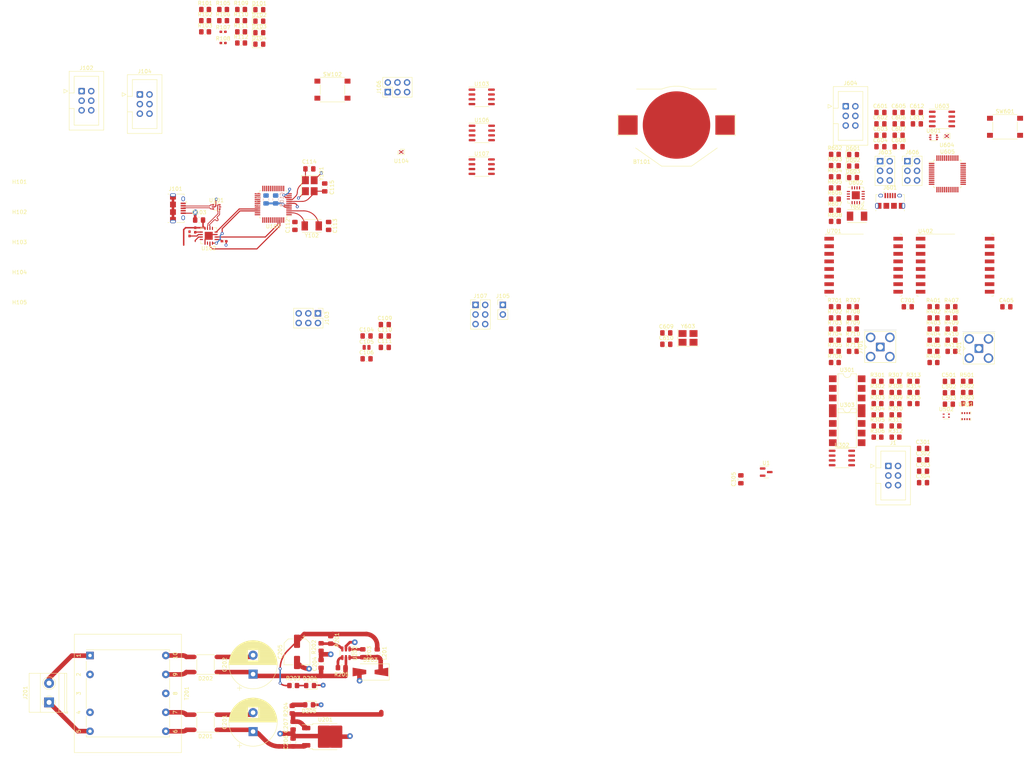
<source format=kicad_pcb>
(kicad_pcb (version 20221018) (generator pcbnew)
  (layers (0 "F.Cu" signal) (31 "B.Cu" signal) (34 "B.Paste" user) (35 "F.Paste" user) (36 "B.SilkS" user "B.Silkscreen") (37 "F.SilkS" user "F.Silkscreen") (38 "B.Mask" user) (39 "F.Mask" user) (44 "Edge.Cuts" user))
  (net 0 "")
  (net 1 "/3V_Bat")
  (net 2 "GNDD")
  (net 3 "+5V")
  (net 4 "+3V3")
  (net 5 "/~{RESET}")
  (net 6 "/LF_OSC_IN")
  (net 7 "/LF_OSC_OUT")
  (net 8 "/HF_OSC_OUT")
  (net 9 "/HF_OSC_IN")
  (net 10 "/PowerSupply/~15V_HI")
  (net 11 "GND1")
  (net 12 "/PowerSupply/~15V_LO")
  (net 13 "Net-(U202-BST)")
  (net 14 "Net-(D203-K)")
  (net 15 "+9V")
  (net 16 "Net-(U301-C)")
  (net 17 "Net-(U302B-+)")
  (net 18 "Net-(U303-C)")
  (net 19 "Net-(U302A-+)")
  (net 20 "/USB_Dongle/~{RESET}")
  (net 21 "/USB_Dongle/LF_OSC_IN")
  (net 22 "/USB_Dongle/LF_OSC_OUT")
  (net 23 "/USB_Dongle/HF_OSC_OUT")
  (net 24 "/USB_Dongle/HF_OSC_IN")
  (net 25 "/~{ERR_LED}")
  (net 26 "Net-(D101-A)")
  (net 27 "/RX_LED")
  (net 28 "Net-(D102-A)")
  (net 29 "/TX_LED")
  (net 30 "Net-(D103-A)")
  (net 31 "Net-(D104-A)")
  (net 32 "Net-(D204-A)")
  (net 33 "Net-(D205-A)")
  (net 34 "/USB_Dongle/~{ERR_LED}")
  (net 35 "Net-(D601-A)")
  (net 36 "/USB_Dongle/RX_LED")
  (net 37 "Net-(D602-A)")
  (net 38 "/USB_Dongle/TX_LED")
  (net 39 "Net-(D603-A)")
  (net 40 "/IsolatedFreqCnt/ConnCheck-")
  (net 41 "/IsolatedFreqCnt/PNP_OUT")
  (net 42 "/IsolatedFreqCnt/NPN_OUT")
  (net 43 "/5V_USB")
  (net 44 "/USB_D-")
  (net 45 "/USB_D+")
  (net 47 "/USART2_TX")
  (net 48 "/USART2_RX")
  (net 49 "/SPI1_CS2")
  (net 50 "/SPI1_CS1")
  (net 51 "/SPI1_MOSI")
  (net 52 "/SPI1_MISO")
  (net 53 "/SPI1_SCK")
  (net 54 "/SW_CLK")
  (net 55 "/SW_DIO")
  (net 56 "/TIM_IN")
  (net 57 "/USART1_TX")
  (net 58 "/USART1_RX")
  (net 59 "/USART1_RTS")
  (net 60 "/USART1_CTS")
  (net 62 "/I2C2_SCL_MEM")
  (net 63 "/I2C2_SDA_MEM")
  (net 64 "/I2C1_SCL")
  (net 65 "/I2C1_SDA")
  (net 66 "Net-(J201-Pin_1)")
  (net 67 "Net-(J201-Pin_2)")
  (net 68 "/USB_Dongle/5V_USB")
  (net 69 "/USB_Dongle/USB_D-")
  (net 70 "/USB_Dongle/USB_D+")
  (net 72 "/USB_Dongle/SPI1_CS2")
  (net 73 "/USB_Dongle/SPI1_CS1")
  (net 74 "/USB_Dongle/SPI1_MOSI")
  (net 75 "/USB_Dongle/SPI1_MISO")
  (net 76 "/USB_Dongle/SPI1_SCK")
  (net 77 "/USB_Dongle/SW_CLK")
  (net 78 "/USB_Dongle/SW_DIO")
  (net 79 "/USB_Dongle/USART1_TX")
  (net 80 "/USB_Dongle/USART1_RX")
  (net 81 "/USB_Dongle/USART1_RTS")
  (net 82 "/USB_Dongle/USART1_CTS")
  (net 84 "Net-(U102-~{RESET})")
  (net 85 "Net-(U104-EN)")
  (net 86 "Net-(U103-~{OC})")
  (net 87 "Net-(U202-FB)")
  (net 88 "/IsolatedFreqCnt/CurrentOut")
  (net 89 "Net-(U302B-_)")
  (net 90 "Net-(U301-A)")
  (net 91 "/CONN_VALID")
  (net 92 "Net-(U303-A)")
  (net 93 "Net-(U302A--)")
  (net 94 "/RF_DIO_4")
  (net 95 "/RF_DIO_3")
  (net 96 "/RF_DIO_2")
  (net 97 "/RF_DIO_1")
  (net 98 "/RF_DIO_0")
  (net 99 "/RF_DIO_5")
  (net 100 "/RadioComm/RF_RESET")
  (net 101 "Net-(U501-CSB)")
  (net 102 "Net-(U602-~{RESET})")
  (net 103 "Net-(U604-EN)")
  (net 104 "Net-(U603-~{OC})")
  (net 105 "/USB_Dongle/RadioComm1/RF_RESET")
  (net 106 "/USB_Dongle/RF_DIO_0")
  (net 107 "/USB_Dongle/RF_DIO_1")
  (net 108 "/USB_Dongle/RF_DIO_2")
  (net 109 "/USB_Dongle/RF_DIO_3")
  (net 110 "/USB_Dongle/RF_DIO_4")
  (net 111 "/USB_Dongle/RF_DIO_5")
  (net 112 "/USB_D_S-")
  (net 113 "/USB_D_S+")
  (net 128 "/PRS_RDY")
  (net 129 "/MODE_SEL")
  (net 139 "/USB_Dongle/USB_D_S-")
  (net 140 "/USB_Dongle/USB_D_S+")
  (net 147 "/USB_Dongle/3V_Bat")
  (net 169 "/PowerSupply/10V5AC_HI1")
  (net 170 "/PowerSupply/10V5AC_HI2")
  (net 171 "/PowerSupply/10V5AC_LO1")
  (net 172 "/PowerSupply/10V5AC_LO2")
  (net 173 "/RadioComm/ANT_OUT")
  (net 174 "/USB_Dongle/RadioComm1/ANT_OUT")
  (net 175 "Net-(U202-EN)")
  (footprint "Capacitor_SMD:C_0805_2012Metric_Pad1.18x1.45mm_HandSolder" (layer "F.Cu") (at 187.765 82.62)
    (fp_text reference "C609")
    (fp_text value "100n")
  )
  (footprint "Package_DFN_QFN:OnSemi_XDFN4-1EP_1.0x1.0mm_EP0.52x0.52mm" (layer "F.Cu") (at 117.833 34.869)
    (fp_text reference "U104")
    (fp_text value "NCP115AMX250TCG")
  )
  (footprint "Resistor_SMD:R_0402_1005Metric_Pad0.72x0.64mm_HandSolder" (layer "F.Cu") (at 63.5 55.4615 -90)
    (fp_text reference "R104" hide)
    (fp_text value "2k" hide)
  )
  (footprint "Package_DIP:SMDIP-8_W7.62mm" (layer "F.Cu") (at 235.485 107.795)
    (fp_text reference "U303")
    (fp_text value "6N137")
  )
  (footprint "Resistor_SMD:R_0805_2012Metric_Pad1.20x1.40mm_HandSolder" (layer "F.Cu") (at 243.485 101.295)
    (fp_text reference "R303")
    (fp_text value "3k3")
  )
  (footprint "Diode_SMD:D_0805_2012Metric_Pad1.15x1.40mm_HandSolder" (layer "F.Cu") (at 237.03 41.62)
    (fp_text reference "D603")
    (fp_text value "TX_LED")
  )
  (footprint "Capacitor_SMD:C_0504_1310Metric_Pad0.83x1.28mm_HandSolder" (layer "F.Cu") (at 108.695 86.445)
    (fp_text reference "C105")
    (fp_text value "100n")
  )
  (footprint "Inductor_SMD:L_0805_2012Metric_Pad1.15x1.40mm_HandSolder" (layer "F.Cu") (at 111.509232 167.190767 90)
    (fp_text reference "L201")
    (fp_text value "2u2" hide)
  )
  (footprint "Resistor_SMD:R_0805_2012Metric_Pad1.20x1.40mm_HandSolder" (layer "F.Cu") (at 252.985 101.295)
    (fp_text reference "R315")
    (fp_text value "20k")
  )
  (footprint "TerminalBlock_Phoenix:TerminalBlock_Phoenix_MKDS-1,5-2-5.08_1x02_P5.08mm_Horizontal" (layer "F.Cu") (at 24.944232 180.160767 90)
    (fp_text reference "J201")
    (fp_text value "Mains (230V, 50Hz)")
  )
  (footprint "Resistor_SMD:R_0805_2012Metric_Pad1.20x1.40mm_HandSolder" (layer "F.Cu") (at 243.485 98.345)
    (fp_text reference "R302")
    (fp_text value "2k")
  )
  (footprint "Resistor_SMD:R_0805_2012Metric_Pad1.20x1.40mm_HandSolder" (layer "F.Cu") (at 232.235 81.595)
    (fp_text reference "R703")
    (fp_text value "20k")
  )
  (footprint "Resistor_SMD:R_0805_2012Metric_Pad1.20x1.40mm_HandSolder" (layer "F.Cu") (at 232.235 90.445)
    (fp_text reference "R706")
    (fp_text value "20k")
  )
  (footprint "MountingHole:MountingHole_3.2mm_M3" (layer "F.Cu") (at 17.145 46.965)
    (fp_text reference "H101")
    (fp_text value "MountingHole")
  )
  (footprint "Resistor_SMD:R_0805_2012Metric_Pad1.20x1.40mm_HandSolder" (layer "F.Cu") (at 236.985 78.645)
    (fp_text reference "R708")
    (fp_text value "20k")
  )
  (footprint "Resistor_SMD:R_0805_2012Metric_Pad1.20x1.40mm_HandSolder" (layer "F.Cu") (at 262.995 87.495)
    (fp_text reference "R411")
    (fp_text value "51k")
  )
  (footprint "Resistor_SMD:R_0805_2012Metric_Pad1.20x1.40mm_HandSolder" (layer "F.Cu") (at 75.605 3.146)
    (fp_text reference "R111")
    (fp_text value "3k3")
  )
  (footprint "Package_TO_SOT_SMD:SOT-666" (layer "F.Cu") (at 69.088 49.3655)
    (fp_text reference "U101")
    (fp_text value "USBLC6-2P6" hide)
  )
  (footprint "Capacitor_SMD:C_0805_2012Metric_Pad1.18x1.45mm_HandSolder" (layer "F.Cu") (at 244.245 30.455)
    (fp_text reference "C603")
    (fp_text value "1u")
  )
  (footprint "LED_SMD:LED_0805_2012Metric_Pad1.15x1.40mm_HandSolder" (layer "F.Cu") (at 93.794232 175.715767 180)
    (fp_text reference "D204")
    (fp_text value "PWR_3V3")
  )
  (footprint "Resistor_SMD:R_0805_2012Metric_Pad1.20x1.40mm_HandSolder" (layer "F.Cu") (at 252.985 95.395)
    (fp_text reference "R313")
    (fp_text value "51k")
  )
  (footprint "Resistor_SMD:R_0805_2012Metric_Pad1.20x1.40mm_HandSolder" (layer "F.Cu") (at 262.995 84.545)
    (fp_text reference "R410")
    (fp_text value "20k")
  )
  (footprint "Resistor_SMD:R_0805_2012Metric_Pad1.20x1.40mm_HandSolder" (layer "F.Cu") (at 89.349232 175.715767)
    (fp_text reference "R203")
    (fp_text value "270" hide)
  )
  (footprint "Resistor_SMD:R_0805_2012Metric_Pad1.20x1.40mm_HandSolder" (layer "F.Cu") (at 232.235 50.245)
    (fp_text reference "R607")
    (fp_text value "2k")
  )
  (footprint "Resistor_SMD:R_0805_2012Metric_Pad1.20x1.40mm_HandSolder" (layer "F.Cu") (at 258.245 81.595)
    (fp_text reference "R403")
    (fp_text value "20k")
  )
  (footprint "Capacitor_SMD:C_0805_2012Metric_Pad1.18x1.45mm_HandSolder" (layer "F.Cu") (at 255.495 119.145)
    (fp_text reference "C303")
    (fp_text value "100n")
  )
  (footprint "Connector_PinHeader_2.54mm:PinHeader_1x02_P2.54mm_Vertical" (layer "F.Cu") (at 144.645 75.225)
    (fp_text reference "J105")
    (fp_text value "Test pins Probe")
  )
  (footprint "Resistor_SMD:R_0805_2012Metric_Pad1.20x1.40mm_HandSolder" (layer "F.Cu") (at 75.605 -2.754)
    (fp_text reference "R109")
    (fp_text value "3k3")
  )
  (footprint "Capacitor_SMD:C_0805_2012Metric_Pad1.18x1.45mm_HandSolder" (layer "F.Cu") (at 244.245 24.435)
    (fp_text reference "C601")
    (fp_text value "100n")
  )
  (footprint "LED_SMD:LED_0805_2012Metric_Pad1.15x1.40mm_HandSolder" (layer "F.Cu") (at 93.524232 180.795767 180)
    (fp_text reference "D205")
    (fp_text value "PWR_9V")
  )
  (footprint "Resistor_SMD:R_0805_2012Metric_Pad1.20x1.40mm_HandSolder" (layer "F.Cu") (at 232.235 75.695)
    (fp_text reference "R701")
    (fp_text value "20k")
  )
  (footprint "Connector_PinHeader_2.54mm:PinHeader_2x03_P2.54mm_Vertical" (layer "F.Cu") (at 137.445 75.225)
    (fp_text reference "J107")
    (fp_text value "Test pins I2C")
  )
  (footprint "Resistor_SMD:R_0805_2012Metric_Pad1.20x1.40mm_HandSolder" (layer "F.Cu") (at 232.235 41.395)
    (fp_text reference "R604")
    (fp_text value "2k")
  )
  (footprint "Package_DFN_QFN:OnSemi_XDFN4-1EP_1.0x1.0mm_EP0.52x0.52mm" (layer "F.Cu") (at 261.74 30.66)
    (fp_text reference "U604")
    (fp_text value "NCP115AMX250TCG")
  )
  (footprint "MountingHole:MountingHole_3.2mm_M3" (layer "F.Cu") (at 17.145 78.765)
    (fp_text reference "H105")
    (fp_text value "MountingHole")
  )
  (footprint "Diode_SMD:D_0805_2012Metric_Pad1.15x1.40mm_HandSolder" (layer "F.Cu") (at 237.03 38.58)
    (fp_text reference "D602")
    (fp_text value "RX_LED")
  )
  (footprint "Package_LGA:Bosch_LGA-8_2x2.5mm_P0.65mm_ClockwisePinNumbering" (layer "F.Cu") (at 266.785 104.595)
    (fp_text reference "U501")
    (fp_text value "DPS310")
  )
  (footprint "Capacitor_THT:CP_Radial_D12.5mm_P5.00mm" (layer "F.Cu") (at 78.759232 172.700767 90)
    (fp_text reference "C202")
    (fp_text value "1500u")
  )
  (footprint "Button_Switch_SMD:SW_Push_1P1T_NO_6x6mm_H9.5mm" (layer "F.Cu") (at 277.12 28.215)
    (fp_text reference "SW601")
    (fp_text value "RESET")
  )
  (footprint "Package_SO:SO-8_3.9x4.9mm_P1.27mm" (layer "F.Cu") (at 234.085 115.645)
    (fp_text reference "U302")
    (fp_text value "LM393")
  )
  (footprint "Resistor_SMD:R_0805_2012Metric_Pad1.20x1.40mm_HandSolder" (layer "F.Cu") (at 232.235 84.545)
    (fp_text reference "R704")
    (fp_text value "20k")
  )
  (footprint "Capacitor_SMD:C_0805_2012Metric_Pad1.18x1.45mm_HandSolder" (layer "F.Cu") (at 253.865 24.435)
    (fp_text reference "C612")
    (fp_text value "100n")
  )
  (footprint "Package_TO_SOT_SMD:TO-252-2" (layer "F.Cu") (at 97.809232 189.210767)
    (fp_text reference "U201")
    (fp_text value "L78M09CDT")
  )
  (footprint "Resistor_SMD:R_0805_2012Metric_Pad1.20x1.40mm_HandSolder" (layer "F.Cu") (at 243.485 95.395)
    (fp_text reference "R301")
    (fp_text value "330")
  )
  (footprint "Resistor_SMD:R_0805_2012Metric_Pad1.20x1.40mm_HandSolder" (layer "F.Cu") (at 262.995 75.695)
    (fp_text reference "R407")
    (fp_text value "20k")
  )
  (footprint "Capacitor_SMD:C_0805_2012Metric_Pad1.18x1.45mm_HandSolder" (layer "F.Cu") (at 64.516 52.832 180)
    (fp_text reference "C103")
    (fp_text value "1u" hide)
  )
  (footprint "Package_SO:SO-8_3.9x4.9mm_P1.27mm" (layer "F.Cu") (at 139.065 20.32)
    (fp_text reference "U103")
    (fp_text value "AOZ1312")
  )
  (footprint "Capacitor_SMD:C_0805_2012Metric_Pad1.18x1.45mm_HandSolder" (layer "F.Cu") (at 255.495 113.125)
    (fp_text reference "C301")
    (fp_text value "100n")
  )
  (footprint "MountingHole:MountingHole_3.2mm_M3" (layer "F.Cu") (at 17.145 70.815)
    (fp_text reference "H104")
    (fp_text value "MountingHole")
  )
  (footprint "Crystal:Crystal_SMD_TXC_7M-4Pin_3.2x2.5mm_HandSoldering" (layer "F.Cu") (at 193.495 83.94)
    (fp_text reference "Y603")
    (fp_text value "3225-16M-SR 16MHz 9pF")
  )
  (footprint "Resistor_SMD:R_0805_2012Metric_Pad1.20x1.40mm_HandSolder" (layer "F.Cu") (at 248.235 110.145)
    (fp_text reference "R312")
    (fp_text value "100k")
  )
  (footprint "Package_SO:SO-8_3.9x4.9mm_P1.27mm" (layer "F.Cu") (at 139.1 29.845)
    (fp_text reference "U106")
    (fp_text value "M24C08-W")
  )
  (footprint "Resistor_SMD:R_0805_2012Metric_Pad1.20x1.40mm_HandSolder" (layer "F.Cu") (at 267.085 98.345)
    (fp_text reference "R502")
    (fp_text value "2k")
  )
  (footprint "Resistor_SMD:R_0805_2012Metric_Pad1.20x1.40mm_HandSolder" (layer "F.Cu") (at 243.485 104.245)
    (fp_text reference "R304")
    (fp_text value "51k")
  )
  (footprint "Capacitor_SMD:C_0805_2012Metric_Pad1.18x1.45mm_HandSolder" (layer "F.Cu") (at 262.305 101.445)
    (fp_text reference "C503")
    (fp_text value "100n")
  )
  (footprint "Capacitor_SMD:C_0805_2012Metric_Pad1.18x1.45mm_HandSolder" (layer "F.Cu") (at 253.865 27.445)
    (fp_text reference "C613")
    (fp_text value "100n")
  )
  (footprint "Resistor_SMD:R_0805_2012Metric_Pad1.20x1.40mm_HandSolder" (layer "F.Cu") (at 66.105 -2.754)
    (fp_text reference "R101")
    (fp_text value "270")
  )
  (footprint "Capacitor_SMD:C_0805_2012Metric_Pad1.18x1.45mm_HandSolder" (layer "F.Cu") (at 207.435 121.27 90)
    (fp_text reference "C305")
    (fp_text value "100n" hide)
  )
  (footprint "Resistor_SMD:R_0805_2012Metric_Pad1.20x1.40mm_HandSolder" (layer "F.Cu") (at 232.235 35.495)
    (fp_text reference "R602")
    (fp_text value "2k")
  )
  (footprint "Capacitor_SMD:C_0402_1005Metric_Pad0.74x0.62mm_HandSolder" (layer "F.Cu") (at 61.993 56.4775 90)
    (fp_text reference "C101" hide)
    (fp_text value "100n" hide)
  )
  (footprint "Capacitor_SMD:C_0805_2012Metric_Pad1.18x1.45mm_HandSolder" (layer "F.Cu") (at 249.055 27.445)
    (fp_text reference "C606")
    (fp_text value "1u")
  )
  (footprint "Capacitor_SMD:C_0805_2012Metric_Pad1.18x1.45mm_HandSolder" (layer "F.Cu") (at 255.495 122.155)
    (fp_text reference "C304")
    (fp_text value "10n")
  )
  (footprint "Resistor_SMD:R_0805_2012Metric_Pad1.20x1.40mm_HandSolder" (layer "F.Cu") (at 232.235 44.345)
    (fp_text reference "R605")
    (fp_text value "270")
  )
  (footprint "Capacitor_SMD:C_0805_2012Metric_Pad1.18x1.45mm_HandSolder" (layer "F.Cu") (at 108.695 89.455)
    (fp_text reference "C106")
    (fp_text value "1u")
  )
  (footprint "Resistor_SMD:R_0805_2012Metric_Pad1.20x1.40mm_HandSolder" (layer "F.Cu") (at 236.985 81.595)
    (fp_text reference "R709")
    (fp_text value "20k")
  )
  (footprint "Connector_PinHeader_2.54mm:PinHeader_2x03_P2.54mm_Vertical" (layer "F.Cu") (at 251.365 37.295)
    (fp_text reference "J606")
    (fp_text value "Test pins COMM2")
  )
  (footprint "Capacitor_THT:CP_Radial_D12.5mm_P5.00mm" (layer "F.Cu") (at 78.759232 187.860767 90)
    (fp_text reference "C201")
    (fp_text value "1500u")
  )
  (footprint "Package_QFP:LQFP-48_7x7mm_P0.5mm" (layer "F.Cu") (at 84.078 48.6695 180)
    (fp_text reference "U105")
    (fp_text value "STM32G030C8T6" hide)
  )
  (footprint "Capacitor_SMD:C_0805_2012Metric_Pad1.18x1.45mm_HandSolder" (layer "F.Cu") (at 98.683 54.3845 -90)
    (fp_text reference "C113")
    (fp_text value "100n" hide)
  )
  (footprint "Resistor_SMD:R_0805_2012Metric_Pad1.20x1.40mm_HandSolder" (layer "F.Cu") (at 232.235 78.645)
    (fp_text reference "R702")
    (fp_text value "20k")
  )
  (footprint "Capacitor_SMD:C_0805_2012Metric_Pad1.18x1.45mm_HandSolder" (layer "F.Cu") (at 97.653 44.2245 90)
    (fp_text reference "C115")
    (fp_text value "100n" hide)
  )
  (footprint "Diode_SMD:D_0805_2012Metric_Pad1.15x1.40mm_HandSolder" (layer "F.Cu") (at 237.03 35.54)
    (fp_text reference "D601")
    (fp_text value "ERR_LED (RED)")
  )
  (footprint "Resistor_SMD:R_0805_2012Metric_Pad1.20x1.40mm_HandSolder" (layer "F.Cu") (at 70.855 -2.754)
    (fp_text reference "R105")
    (fp_text value "270")
  )
  (footprint "Battery:BatteryHolder_Keystone_3002_1x2032" (layer "F.Cu") (at 190.455 27.752512)
    (fp_text reference "BT101")
    (fp_text value "RTC_Bat")
  )
  (footprint "Connector_USB:USB_Micro-B_Amphenol_10118194_Horizontal" (layer "F.Cu") (at 58.928 49.728 -90)
    (fp_text reference "J101")
    (fp_text value "USB_B_Micro")
  )
  (footprint "Capacitor_SMD:C_0805_2012Metric_Pad1.18x1.45mm_HandSolder" (layer "F.Cu") (at 249.055 33.465)
    (fp_text reference "C608")
    (fp_text value "100n")
  )
  (footprint "Resistor_SMD:R_0805_2012Metric_Pad1.20x1.40mm_HandSolder" (layer "F.Cu") (at 248.235 104.245)
    (fp_text reference "R310")
    (fp_text value "3k3")
  )
  (footprint "Capacitor_SMD:C_0805_2012Metric_Pad1.18x1.45mm_HandSolder" (layer "F.Cu") (at 113.505 86.445)
    (fp_text reference "C111")
    (fp_text value "100n")
  )
  (footprint "Resistor_SMD:R_0805_2012Metric_Pad1.20x1.40mm_HandSolder" (layer "F.Cu") (at 243.485 107.195)
    (fp_text reference "R305")
    (fp_text value "20k")
  )
  (footprint "Diode_SMD:D_0805_2012Metric_Pad1.15x1.40mm_HandSolder" (layer "F.Cu") (at 80.4 0.331)
    (fp_text reference "D102")
    (fp_text value "RX_LED")
  )
  (footprint "Connector_IDC:IDC-Header_2x03_P2.54mm_Vertical" (layer "F.Cu") (at 246.35 117.745)
    (fp_text reference "J1")
    (fp_text value "ProbeConn")
  )
  (footprint "Connector_IDC:IDC-Header_2x03_P2.54mm_Vertical" (layer "F.Cu") (at 48.895 19.685)
    (fp_text reference "J104")
    (fp_text value "DebugConn")
  )
  (footprint "Resistor_SMD:R_0805_2012Metric_Pad1.20x1.40mm_HandSolder" (layer "F.Cu") (at 96.699232 165.555767 -90)
    (fp_text reference "R202")
    (fp_text value "16k2" hide)
  )
  (footprint "Capacitor_SMD:C_0805_2012Metric_Pad1.18x1.45mm_HandSolder" (layer "F.Cu") (at 244.245 33.465)
    (fp_text reference "C604")
    (fp_text value "10u")
  )
  (footprint "Capacitor_SMD:C_0805_2012Metric_Pad1.18x1.45mm_HandSolder" (layer "F.Cu") (at 96.699232 170.000767 90)
    (fp_text reference "C204")
    (fp_text value "10u" hide)
  )
  (footprint "Capacitor_SMD:C_0402_1005Metric_Pad0.74x0.62mm_HandSolder" (layer "F.Cu") (at 71.12 58.42)
    (fp_text reference "C102" hide)
    (fp_text value "100n" hide)
  )
  (footprint "Package_TO_SOT_SMD:SOT-23-6" (layer "F.Cu") (at 103.254232 167.190767 -90)
    (fp_text reference "U202")
    (fp_text value "AOZ1280CI" hide)
  )
  (footprint "Connector_USB:USB_Micro-B_Amphenol_10118194_Horizontal" (layer "F.Cu") (at 246.815 47.775)
    (fp_text reference "J601")
    (fp_text value "USB_B_Micro")
  )
  (footprint "MountingHole:MountingHole_3.2mm_M3" (layer "F.Cu") (at 17.145 54.915)
    (fp_text reference "H102")
    (fp_text value "MountingHole")
  )
  (footprint "Capacitor_SMD:C_0805_2012Metric_Pad1.18x1.45mm_HandSolder" (layer "F.Cu") (at 262.305 98.435)
    (fp_text reference "C502")
    (fp_text value "100n")
  )
  (footprint "Diode_SMD:Diode_Bridge_Diotec_ABS" (layer "F.Cu") (at 66.219232 170.160767 180)
    (fp_text reference "D202")
    (fp_text value "AB4S")
  )
  (footprint "Capacitor_SMD:C_0805_2012Metric_Pad1.18x1.45mm_HandSolder" (layer "F.Cu") (at 277.475 75.725)
    (fp_text reference "C405")
    (fp_text value "100n")
  )
  (footprint "Resistor_SMD:R_0805_2012Metric_Pad1.20x1.40mm_HandSolder" (layer "F.Cu") (at 75.605 6.096)
    (fp_text reference "R112")
    (fp_text value "3k3")
  )
  (footprint "Resistor_SMD:R_0805_2012Metric_Pad1.20x1.40mm_HandSolder" (layer "F.Cu") (at 66.105 0.196)
    (fp_text reference "R102")
    (fp_text value "2k")
  )
  (footprint "Resistor_SMD:R_0805_2012Metric_Pad1.20x1.40mm_HandSolder" (layer "F.Cu") (at 66.105 3.146)
    (fp_text reference "R103")
    (fp_text value "270")
  )
  (footprint "Capacitor_SMD:C_0805_2012Metric_Pad1.18x1.45mm_HandSolder" (layer "F.Cu") (at 89.314232 186.290767 -90)
    (fp_text reference "C207")
    (fp_text value "100n" hide)
  )
  (footprint "Package_DFN_QFN:QFN-16-1EP_4x4mm_P0.65mm_EP2.1x2.1mm" (layer "F.Cu") (at 237.755 46.285)
    (fp_text reference "U602")
    (fp_text value "FT230XQ")
  )
  (footprint "Resistor_SMD:R_0805_2012Metric_Pad1.20x1.40mm_HandSolder" (layer "F.Cu") (at 236.985 84.545)
    (fp_text reference "R710")
    (fp_text value "20k")
  )
  (footprint "Resistor_SMD:R_0805_2012Metric_Pad1.20x1.40mm_HandSolder" (layer "F.Cu") (at 236.985 75.695)
    (fp_text reference "R707")
    (fp_text value "20k")
  )
  (footprint "Capacitor_SMD:CP_Elec_6.3x5.4" (layer "F.Cu") (at 90.349232 166.825767 -90)
    (fp_text reference "C205")
    (fp_text value "100u" hide)
  )
  (footprint "Resistor_SMD:R_0805_2012Metric_Pad1.20x1.40mm_HandSolder" (layer "F.Cu") (at 232.235 53.195)
    (fp_text reference "R608")
    (fp_text value "10k")
  )
  (footprint "Button_Switch_SMD:SW_Push_1P1T_NO_6x6mm_H9.5mm" (layer "F.Cu") (at 99.695 18.415)
    (fp_text reference "SW102")
    (fp_text value "RESET")
  )
  (footprint "Capacitor_SMD:C_0805_2012Metric_Pad1.18x1.45mm_HandSolder" (layer "F.Cu") (at 107.699232 167.190767 -90)
    (fp_text reference "C203")
    (fp_text value "10n" hide)
  )
  (footprint "Resistor_SMD:R_0805_2012Metric_Pad1.20x1.40mm_HandSolder" (layer "F.Cu") (at 236.985 87.495)
    (fp_text reference "R711")
    (fp_text value "20k")
  )
  (footprint "Resistor_SMD:R_0805_2012Metric_Pad1.20x1.40mm_HandSolder" (layer "F.Cu") (at 248.235 95.395)
    (fp_text reference "R307")
    (fp_text value "100k")
  )
  (footprint "Connector_IDC:IDC-Header_2x03_P2.54mm_Vertical" (layer "F.Cu") (at 33.528 18.796)
    (fp_text reference "J102")
    (fp_text value "Expansion conn")
  )
  (footprint "Resistor_SMD:R_0805_2012Metric_Pad1.20x1.40mm_HandSolder" (layer "F.Cu") (at 258.245 75.695)
    (fp_text reference "R401")
    (fp_text value "20k")
  )
  (footprint "Resistor_SMD:R_0805_2012Metric_Pad1.20x1.40mm_HandSolder" (layer "F.Cu") (at 75.605 0.196)
    (fp_text reference "R110")
    (fp_text value "3k3")
  )
  (footprint "Resistor_SMD:R_0805_2012Metric_Pad1.20x1.40mm_HandSolder" (layer "F.Cu") (at 99.239232 163.650767 -90)
    (fp_text reference "R201")
    (fp_text value "51k1" hide)
  )
  (footprint "Resistor_SMD:R_0805_2012Metric_Pad1.20x1.40mm_HandSolder" (layer "F.Cu") (at 243.485 110.145)
    (fp_text reference "R306")
    (fp_text value "20k")
  )
  (footprint "Resistor_SMD:R_0805_2012Metric_Pad1.20x1.40mm_HandSolder" (layer "F.Cu") (at 232.235 38.445)
    (fp_text reference "R603")
    (fp_text value "270")
  )
  (footprint "MountingHole:MountingHole_3.2mm_M3" (layer "F.Cu") (at 17.145 62.865)
    (fp_text reference "H103")
    (fp_text value "MountingHole")
  )
  (footprint "Package_TO_SOT_SMD:SOT-23" (layer "F.Cu") (at 214.1175 119.365)
    (fp_text reference "U1")
    (fp_text value "ZXCT1009F")
  )
  (footprint "Diode_SMD:D_0805_2012Metric_Pad1.15x1.40mm_HandSolder" (layer "F.Cu") (at 80.4 6.411)
    (fp_text reference "D104")
    (fp_text value "CPU_PWR")
  )
  (footprint "Capacitor_SMD:C_0805_2012Metric_Pad1.18x1.45mm_HandSolder" (layer "F.Cu") (at 113.505 80.425)
    (fp_text reference "C109")
    (fp_text value "100n")
  )
  (footprint "Resistor_SMD:R_0805_2012Metric_Pad1.20x1.40mm_HandSolder" (layer "F.Cu") (at 262.995 81.595)
    (fp_text reference "R409")
    (fp_text value "20k")
  )
  (footprint "Resistor_SMD:R_0805_2012Metric_Pad1.20x1.40mm_HandSolder" (layer "F.Cu") (at 267.085 95.395)
    (fp_text reference "R501")
    (fp_text value "2k")
  )
  (footprint "Package_TO_SOT_SMD:SOT-666" (layer "F.Cu") (at 258.295 31.005)
    (fp_text reference "U601")
    (fp_text value "USBLC6-2P6")
  )
  (footprint "Package_SO:SO-8_3.9x4.9mm_P1.27mm" (layer "F.Cu") (at 260.495 26.155)
    (fp_text reference "U603")
    (fp_text value "AOZ1312")
  )
  (footprint "Capacitor_SMD:C_0805_2012Metric_Pad1.18x1.45mm_HandSolder" (layer "F.Cu") (at 113.505 83.435)
    (fp_text reference "C110")
    (fp_text value "100n")
  )
  (footprint "Resistor_SMD:R_0402_1005Metric_Pad0.72x0.64mm_HandSolder" (layer "F.Cu") (at 70.855 6.096)
    (fp_text reference "R108")
    (fp_text value "10k")
  )
  (footprint "RF_Module:HOPERF_RFM69HW" (layer "F.Cu") (at 239.82 64.755)
    (fp_text reference "U701")
    (fp_text value "RFM69HW")
  )
  (footprint "Package_DFN_QFN:QFN-16-1EP_4x4mm_P0.65mm_EP2.1x2.1mm" (layer "F.Cu") (at 67.056 56.9855 180)
    (fp_text reference "U102")
    (fp_text value "FT230XQ" hide)
  )
  (footprint "Capacitor_SMD:C_0805_2012Metric_Pad1.18x1.45mm_HandSolder" (layer "F.Cu") (at 93.603 39.3245)
    (fp_text reference "C114")
    (fp_text value "100n" hide)
  )
  (footprint "Capacitor_SMD:C_0805_2012Metric_Pad1.18x1.45mm_HandSolder" (layer "F.Cu") (at 244.245 27.445)
    (fp_text reference "C602")
    (fp_text value "100n")
  )
  (footprint "Resistor_SMD:R_0805_2012Metric_Pad1.20x1.40mm_HandSolder" (layer "F.Cu") (at 89.079232 182.065767 90)
    (fp_text reference "R204")
    (fp_text value "1k" hide)
  )
  (footprint "Resistor_SMD:R_0805_2012Metric_Pad1.20x1.40mm_HandSolder" (layer "F.Cu") (at 258.245 90.445)
    (fp_text reference "R406")
    (fp_text value "20k")
  )
  (footprint "Capacitor_SMD:C_0805_2012Metric_Pad1.18x1.45mm_HandSolder" (layer "F.Cu") (at 251.465 75.725)
    (fp_text reference "C701")
    (fp_text value "100n")
  )
  (footprint "Crystal:Crystal_SMD_TXC_7M-4Pin_3.2x2.5mm_HandSoldering" (layer "F.Cu") (at 93.723 43.7695 -90)
    (fp_text reference "Y101")
    (fp_text value "3225-16M-SR 16MHz 9pF" hide)
  )
  (footprint "Resistor_SMD:R_0805_2012Metric_Pad1.20x1.40mm_HandSolder" (layer "F.Cu") (at 248.235 107.195)
    (fp_text reference "R311")
    (fp_text value "20k")
  )
  (footprint "Resistor_SMD:R_0805_2012Metric_Pad1.20x1.40mm_HandSolder" (layer "F.Cu") (at 258.245 78.645)
    (fp_text reference "R402")
    (fp_text value "20k")
  )
  (footprint "Capacitor_SMD:C_0805_2012Metric_Pad1.18x1.45mm_HandSolder" (layer "F.Cu") (at 249.055 30.455)
    (fp_text reference "C607")
    (fp_text value "10u")
  )
  (footprint "Connector_PinHeader_2.54mm:PinHeader_2x03_P2.54mm_Vertical" (layer "F.Cu") (at 244.165 37.295)
    (fp_text reference "J603")
    (fp_text value "Test pins COMM1")
  )
  (footprint "Connector_IDC:IDC-Header_2x03_P2.54mm_Vertical" (layer "F.Cu") (at 235.1 22.805)
    (fp_text reference "J604")
    (fp_text value "DebugConn")
  )
  (footprint "Package_DIP:SMDIP-8_W7.62mm" (layer "F.Cu") (at 235.485 98.545)
    (fp_text reference "U301")
    (fp_text value "6N137")
  )
  (footprint "Diode_SMD:D_0805_2012Metric_Pad1.15x1.40mm_HandSolder" (layer "F.Cu") (at 80.4 -2.709)
    (fp_text reference "D101")
    (fp_text value "ERR_LED (RED)")
  )
  (footprint "Capacitor_SMD:C_0805_2012Metric_Pad1.18x1.45mm_HandSolder" (layer "F.Cu") (at 262.305 95.425)
    (fp_text reference "C501")
    (fp_text value "100n")
  )
  (footprint "Capacitor_SMD:C_0805_2012Metric_Pad1.18x1.45mm_HandSolder" (layer "F.Cu") (at 255.495 116.135)
    (fp_text reference "C302")
    (fp_text value "10n")
  )
  (footprint "Crystal:Crystal_SMD_TXC_7A-2Pin_5x3.2mm" (layer "F.Cu") (at 94.238 54.3845 180)
    (fp_text reference "Y102")
    (fp_text value "32.768K-CFPX217" hide)
  )
  (footprint "Diode_SMD:Diode_Bridge_Diotec_ABS" (layer "F.Cu") (at 66.219232 185.400767 180)
    (fp_text reference "D201")
    (fp_text value "AB4S")
  )
  (footprint "Resistor_SMD:R_0402_1005Metric_Pad0.72x0.64mm_HandSolder" (layer "F.Cu") (at 70.855 3.146)
    (fp_text reference "R107")
    (fp_text value "2k")
  )
  (footprint "Resistor_SMD:R_0805_2012Metric_Pad1.20x1.40mm_HandSolder" (layer "F.Cu") (at 267.085 101.295)
    (fp_text reference "R503")
    (fp_text value "2k")
  )
  (footprint "Capacitor_SMD:C_0805_2012Metric_Pad1.18x1.45mm_HandSolder" (layer "F.Cu") (at 249.055 24.435)
    (fp_text reference "C605")
    (fp_text value "100n")
  )
  (footprint "Capacitor_SMD:C_0805_2012Metric_Pad1.18x1.45mm_HandSolder" (layer "F.Cu") (at 89.314232 190.735767 90)
    (fp_text reference "C206")
    (fp_text value "330n" hide)
  )
  (footprint "Package_SO:SO-8_3.9x4.9mm_P1.27mm" (layer "F.Cu") (at 139.065 38.735)
    (fp_text reference "U107")
    (fp_text value "M24C08-W")
  )
  (footprint "Resistor_SMD:R_0805_2012Metric_Pad1.20x1.40mm_HandSolder" (layer "F.Cu") (at 232.235 87.495)
    (fp_text reference "R705")
    (fp_text value "51k")
  )
  (footprint "Resistor_SMD:R_0805_2012Metric_Pad1.20x1.40mm_HandSolder" (layer "F.Cu") (at 252.985 98.345)
    (fp_text reference "R314")
    (fp_text value "20k")
  )
  (footprint "Connector_PinHeader_2.54mm:PinHeader_2x03_P2.54mm_Vertical" (layer "F.Cu") (at 95.87 77.465 -90)
    (fp_text reference "J103")
    (fp_text value "Test pins COMM1")
  )
  (footprint "Connector_Coaxial:SMA_Amphenol_901-143_Horizontal" (layer "F.Cu") (at 244.21 86.345)
    (fp_text reference "J701")
    (fp_text value "SMA6252A23G50")
    (fp_line (start 4.3 -4.5) (end -4.3 -4.5) (stroke (width 0.1)) (layer "Edge.Cuts"))
  )
  (footprint "Capacitor_SMD:C_0805_2012Metric_Pad1.18x1.45mm_HandSolder" (layer "F.Cu") (at 89.793 54.3845 -90)
    (fp_text reference "C112")
    (fp_text value "100n" hide)
  )
  (footprint "Resistor_SMD:R_0805_2012Metric_Pad1.20x1.40mm_HandSolder" (layer "F.Cu") (at 258.245 87.495)
    (fp_text reference "R405")
    (fp_text value "20k")
  )
  (footprint "Connector_PinHeader_2.54mm:PinHeader_2x03_P2.54mm_Vertical" (layer "F.Cu") (at 114.3 19.05 90)
    (fp_text reference "J106")
    (fp_text value "Test pins COMM2")
  )
  (footprint "Sensor_Humidity:Sensirion_DFN-4_1.5x1.5mm_P0.8mm_SHT4x_NoCentralPad" (layer "F.Cu") (at 261.625 104.475)
    (fp_text reference "U502")
    (fp_text value "SHT4x")
  )
  (footprint "Resistor_SMD:R_0805_2012Metric_Pad1.20x1.40mm_HandSolder" (layer "F.Cu") (at 262.995 78.645)
    (fp_text reference "R408")
    (fp_text value "20k")
  )
  (footprint "RF_Module:HOPERF_RFM69HW" (layer "F.Cu") (at 263.95 64.755)
    (fp_text reference "U402")
    (fp_text value "RFM69HW")
  )
  (footprint "Diode_SMD:D_SMA-SMB_Universal_Handsoldering" (layer "F.Cu") (at 109.711732 172.138267 180)
    (fp_text reference "D203")
    (fp_text value "STS130A" hide)
  )
  (footprint "Resistor_SMD:R_0805_2012Metric_Pad1.20x1.40mm_HandSolder" (layer "F.Cu") (at 102.144232 171.000767 180)
    (fp_text reference "R205")
    (fp_text value "10k" hide)
  )
  (footprint "Resistor_SMD:R_0805_2012Metric_Pad1.20x1.40mm_HandSolder" (layer "F.Cu") (at 258.245 84.545)
    (fp_text reference "R404")
    (fp_text value "20k")
  )
  (footprint "Package_QFP:LQFP-48_7x7mm_P0.5mm" (layer "F.Cu") (at 261.915 40.645)
    (fp_text reference "U605")
    (fp_text value "STM32G030C8T6")
  )
  (footprint "Crystal:Crystal_SMD_TXC_7A-2Pin_5x3.2mm" (layer "F.Cu") (at 238.085 51.805)
    (fp_text reference "Y602")
    (fp_text value "32.768K-CFPX217")
  )
  (footprint "Diode_SMD:D_0805_2012Metric_Pad1.15x1.40mm_HandSolder" (layer "F.Cu") (at 80.4 3.371)
    (fp_text reference "D103")
    (fp_text value "TX_LED")
  )
  (footprint "Resistor_SMD:R_0805_2012Metric_Pad1.20x1.40mm_HandSolder" (layer "F.Cu") (at 232.235 47.295)
    (fp_text reference "R606")
    (fp_text value "270")
  )
  (footprint "Resistor_SMD:R_0805_2012Metric_Pad1.20x1.40mm_HandSolder" (layer "F.Cu") (at 248.235 101.295)
    (fp_text reference "R309")
    (fp_text value "20k")
  )
  (footprint "Capacitor_SMD:C_0805_2012Metric_Pad1.18x1.45mm_HandSolder" (layer "F.Cu") (at 108.695 83.435)
    (fp_text reference "C104")
    (fp_text value "10u")
  )
  (footprint "Resistor_SMD:R_0805_2012Metric_Pad1.20x1.40mm_HandSolder" (layer "F.Cu") (at 248.235 98.345)
    (fp_text reference "R308")
    (fp_text value "20k")
  )
  (footprint "Resistor_SMD:R_0805_2012Metric_Pad1.20x1.40mm_HandSolder" (layer "F.Cu") (at 70.855 0.196)
    (fp_text reference "R106")
    (fp_text value "270")
  )
  (footprint "Transformer_THT:Transformer_Breve_TEZ-28x33" (layer "F.Cu") (at 35.739232 167.780767 -90)
    (fp_text reference "T201")
    (fp_text value "TEZ2.5/D230/10.5-10.5V")
  )
  (footprint "Connector_Coaxial:SMA_Amphenol_901-143_Horizontal" (layer "F.Cu") (at 270.22 86.745)
    (fp_text reference "J401")
    (fp_text value "SMA6252A23G50")
    (fp_line (start 4.3 -4.5) (end -4.3 -4.5) (stroke (width 0.1)) (layer "Edge.Cuts"))
  )
  (footprint "Capacitor_SMD:C_0805_2012Metric_Pad1.18x1.45mm_HandSolder" (layer "F.Cu") (at 187.765 85.63)
    (fp_text reference "C610")
    (fp_text value "100n")
  )
  (footprint "Capacitor_SMD:C_0805_2012Metric_Pad1.18x1.45mm_HandSolder" (layer "B.Cu") (at 82.173 47.3995 90)
    (fp_text reference "C107")
    (fp_text value "10u" hide)
  )
  (footprint "Capacitor_SMD:C_0805_2012Metric_Pad1.18x1.45mm_HandSolder" (layer "B.Cu") (at 84.713 47.3995 90)
    (fp_text reference "C108")
    (fp_text value "100n" hide)
  )
  (segment (start 104.293044 164.285767) (end 103.254232 165.324579) (width 0.7) (layer "F.Cu") (net 2))
  (segment (start 90.349232 169.625767) (end 90.912358 170.188893) (width 1.2) (layer "F.Cu") (net 2))
  (segment (start 68.928802 49.093494) (end 68.928802 47.492698) (width 0.3) (layer "F.Cu") (net 2))
  (segment (start 90.800042 47.028008) (end 92.560466 45.267584) (width 0.25) (layer "F.Cu") (net 2))
  (segment (start 69.194232 168.160767) (end 78.299232 168.160767) (width 1.2) (layer "F.Cu") (net 2))
  (segment (start 105.589232 164.285767) (end 104.293044 164.285767) (width 0.7) (layer "F.Cu") (net 2))
  (segment (start 90.731492 47.028008) (end 90.800042 47.028008) (width 0.25) (layer "F.Cu") (net 2))
  (segment (start 94.873 42.3195) (end 96.778 40.4145) (width 0.25) (layer "F.Cu") (net 2))
  (segment (start 60.328 51.028) (end 63.272 51.028) (width 0.25) (layer "F.Cu") (net 2))
  (segment (start 103.254232 165.324579) (end 103.254232 166.053267) (width 0.7) (layer "F.Cu") (net 2))
  (segment (start 68.656796 49.3655) (end 68.928802 49.093494) (width 0.3) (layer "F.Cu") (net 2))
  (segment (start 71.6875 59.3765) (end 71.628 59.436) (width 0.3) (layer "F.Cu") (net 2))
  (segment (start 106.811732 172.138267) (end 106.811732 174.331092) (width 1.2) (layer "F.Cu") (net 2))
  (segment (start 99.239232 167.460767) (end 96.699232 167.460767) (width 1.2) (layer "F.Cu") (net 2))
  (segment (start 66.081 58.9355) (end 66.081 57.9605) (width 0.3) (layer "F.Cu") (net 2))
  (segment (start 97.239232 175.620767) (end 95.048582 175.620767) (width 0.4) (layer "F.Cu") (net 2))
  (segment (start 63.272 51.028) (end 63.4785 50.8215) (width 0.25) (layer "F.Cu") (net 2))
  (segment (start 63.4785 50.8215) (end 63.5 50.8) (width 0.25) (layer "F.Cu") (net 2))
  (segment (start 67.381 56.6605) (end 67.056 56.9855) (width 0.3) (layer "F.Cu") (net 2))
  (segment (start 88.2405 48.4195) (end 89.543 48.4195) (width 0.3) (layer "F.Cu") (net 2))
  (segment (start 96.699232 167.460767) (end 96.699232 166.555767) (width 1.2) (layer "F.Cu") (net 2))
  (segment (start 68.163 49.3655) (end 68.656796 49.3655) (width 0.3) (layer "F.Cu") (net 2))
  (segment (start 69.006 56.6605) (end 67.381 56.6605) (width 0.3) (layer "F.Cu") (net 2))
  (segment (start 66.081 57.9605) (end 67.056 56.9855) (width 0.3) (layer "F.Cu") (net 2))
  (segment (start 68.928802 47.492698) (end 69.088 47.3335) (width 0.3) (layer "F.Cu") (net 2))
  (segment (start 96.699232 168.963267) (end 96.699232 167.460767) (width 1.2) (layer "F.Cu") (net 2))
  (segment (start 57.628 52.628) (end 57.628 46.828) (width 0.7) (layer "F.Cu") (net 2))
  (segment (start 78.299232 168.160767) (end 78.759232 167.700767) (width 1.2) (layer "F.Cu") (net 2))
  (segment (start 71.6875 58.42) (end 71.6875 59.3765) (width 0.3) (layer "F.Cu") (net 2))
  (segment (start 63.4785 52.832) (end 63.4785 50.8215) (width 0.7) (layer "F.Cu") (net 2))
  (via (at 90.428 49.3045) (size 0.8) (drill 0.4) (layers "F.Cu" "B.Cu") (net 2))
  (via (at 90.731492 47.028008) (size 0.8) (drill 0.4) (layers "F.Cu" "B.Cu") (net 2))
  (via (at 99.239232 167.460767) (size 1.5) (drill 0.7) (layers "F.Cu" "B.Cu") (net 2))
  (via (at 93.524232 171.270767) (size 1.5) (drill 0.7) (layers "F.Cu" "B.Cu") (net 2))
  (via (at 69.088 47.3335) (size 0.8) (drill 0.4) (layers "F.Cu" "B.Cu") (net 2))
  (via (at 71.628 59.436) (size 0.8) (drill 0.4) (layers "F.Cu" "B.Cu") (net 2))
  (via (at 105.589232 164.285767) (size 1.5) (drill 0.7) (layers "F.Cu" "B.Cu") (net 2))
  (via (at 96.778 40.4145) (size 0.8) (drill 0.4) (layers "F.Cu" "B.Cu") (net 2))
  (via (at 63.5 50.8) (size 1.5) (drill 0.7) (layers "F.Cu" "B.Cu") (net 2))
  (via (at 106.859232 174.445767) (size 1.5) (drill 0.7) (layers "F.Cu" "B.Cu") (net 2))
  (via (at 97.239232 175.620767) (size 1.3) (drill 0.5) (layers "F.Cu" "B.Cu") (net 2))
  (arc (start 90.912358 170.188893) (mid 92.110696 170.989597) (end 93.524232 171.270767) (width 1.2) (layer "F.Cu") (net 2))
  (arc (start 95.048582 175.620767) (mid 94.924459 175.645457) (end 94.819232 175.715767) (width 0.25) (layer "F.Cu") (net 2))
  (arc (start 89.543 48.4195) (mid 90.16879 48.67871) (end 90.428 49.3045) (width 0.3) (layer "F.Cu") (net 2))
  (arc (start 92.560466 45.267584) (mid 92.569362 45.244028) (end 92.573 45.2195) (width 0.25) (layer "F.Cu") (net 2))
  (arc (start 106.811732 174.331092) (mid 106.824076 174.393153) (end 106.859232 174.445767) (width 1.2) (layer "F.Cu") (net 2))
  (segment (start 61.993 57.045) (end 63.9485 57.045) (width 0.3) (layer "F.Cu") (net 3))
  (segment (start 63.9485 57.045) (end 64.333 56.6605) (width 0.3) (layer "F.Cu") (net 3))
  (segment (start 64.333 56.6605) (end 65.106 56.6605) (width 0.3) (layer "F.Cu") (net 3))
  (segment (start 65.024 54.864) (end 60.96 54.864) (width 0.4) (layer "F.Cu") (net 4))
  (segment (start 60.96 54.864) (end 60.452 55.372) (width 0.4) (layer "F.Cu") (net 4))
  (segment (start 87.368 49.4195) (end 88.2405 49.4195) (width 0.3) (layer "F.Cu") (net 4))
  (segment (start 86.618 48.6695) (end 86.6574 48.7089) (width 0.3) (layer "F.Cu") (net 4))
  (segment (start 99.239232 162.650767) (end 99.777648 162.112351) (width 1.2) (layer "F.Cu") (net 4))
  (segment (start 86.868 48.9195) (end 88.2405 48.9195) (width 0.3) (layer "F.Cu") (net 4))
  (segment (start 99.777648 162.112351) (end 92.262648 162.112351) (width 1.2) (layer "F.Cu") (net 4))
  (segment (start 63.5 54.864) (end 65.024 54.864) (width 0.4) (layer "F.Cu") (net 4))
  (segment (start 87.437257 175.715767) (end 88.349232 175.715767) (width 0.4) (layer "F.Cu") (net 4))
  (segment (start 92.262648 162.112351) (end 90.349232 164.025767) (width 1.2) (layer "F.Cu") (net 4))
  (segment (start 65.024 54.864) (end 65.9095 54.864) (width 0.4) (layer "F.Cu") (net 4))
  (segment (start 111.509232 165.146771) (end 111.509232 166.165767) (width 1.2) (layer "F.Cu") (net 4))
  (segment (start 69.006 57.9605) (end 70.093 57.9605) (width 0.3) (layer "F.Cu") (net 4))
  (segment (start 86.6574 48.7089) (end 86.6574 48.91815) (width 0.3) (layer "F.Cu") (net 4))
  (segment (start 60.452 55.372) (end 60.452 59.436) (width 0.4) (layer "F.Cu") (net 4))
  (segment (start 87.884131 166.490868) (end 90.349232 164.025767) (width 0.4) (layer "F.Cu") (net 4))
  (segment (start 65.9095 54.864) (end 66.081 55.0355) (width 0.3) (layer "F.Cu") (net 4))
  (segment (start 65.5535 54.508) (end 65.5535 52.832) (width 0.4) (layer "F.Cu") (net 4))
  (segment (start 99.777648 162.112351) (end 108.632255 162.112351) (width 1.2) (layer "F.Cu") (net 4))
  (segment (start 66.081 55.0355) (end 65.5535 54.508) (width 0.4) (layer "F.Cu") (net 4))
  (segment (start 88.2405 48.9195) (end 88.2155 48.8945) (width 0.25) (layer "F.Cu") (net 4))
  (segment (start 86.618 48.6695) (end 86.868 48.9195) (width 0.3) (layer "F.Cu") (net 4))
  (segment (start 70.093 57.9605) (end 70.5525 58.42) (width 0.3) (layer "F.Cu") (net 4))
  (via (at 86.618 48.6695) (size 0.8) (drill 0.4) (layers "F.Cu" "B.Cu") (net 4))
  (via (at 85.904232 175.080767) (size 0.8) (drill 0.4) (layers "F.Cu" "B.Cu") (net 4))
  (via (at 85.904232 171.270767) (size 0.8) (drill 0.4) (layers "F.Cu" "B.Cu") (net 4))
  (arc (start 85.904232 175.080767) (mid 86.607589 175.550736) (end 87.437257 175.715767) (width 0.4) (layer "F.Cu") (net 4))
  (arc (start 85.904232 171.270767) (mid 86.418791 168.683904) (end 87.884131 166.490868) (width 0.4) (layer "F.Cu") (net 4))
  (arc (start 86.6574 48.91815) (mid 86.933997 49.281171) (end 87.368 49.4195) (width 0.3) (layer "F.Cu") (net 4))
  (arc (start 108.632255 162.112351) (mid 110.675469 163.056923) (end 111.509232 165.146771) (width 1.2) (layer "F.Cu") (net 4))
  (segment (start 86.618 48.6695) (end 86.595061 48.646561) (width 0.4) (layer "B.Cu") (net 4))
  (segment (start 85.904232 171.270767) (end 85.904232 175.080767) (width 0.4) (layer "B.Cu") (net 4))
  (segment (start 86.595061 48.646561) (end 86.595061 48.562723) (width 0.4) (layer "B.Cu") (net 4))
  (segment (start 82.173 48.437) (end 86.3855 48.437) (width 0.5) (layer "B.Cu") (net 4))
  (arc (start 86.595061 48.562723) (mid 86.506981 48.471261) (end 86.3855 48.437) (width 0.5) (layer "B.Cu") (net 4))
  (segment (start 87.401959 46.9195) (end 86.868 46.385541) (width 0.3) (layer "F.Cu") (net 5))
  (segment (start 86.868 46.385541) (end 86.868 46.228) (width 0.3) (layer "F.Cu") (net 5))
  (segment (start 88.2405 46.9195) (end 87.401959 46.9195) (width 0.3) (layer "F.Cu") (net 5))
  (via (at 88.392 44.704) (size 0.8) (drill 0.4) (layers "F.Cu" "B.Cu") (net 5))
  (via (at 86.868 46.228) (size 0.8) (drill 0.4) (layers "F.Cu" "B.Cu") (net 5))
  (arc (start 86.868 46.228) (mid 87.945631 45.781631) (end 88.392 44.704) (width 0.3) (layer "B.Cu") (net 5))
  (segment (start 92.388 53.6495) (end 92.388 54.3845) (width 0.25) (layer "F.Cu") (net 6))
  (segment (start 92.388 54.3845) (end 92.388 54.263815) (width 0.25) (layer "F.Cu") (net 6))
  (segment (start 89.043685 50.9195) (end 88.2405 50.9195) (width 0.25) (layer "F.Cu") (net 6))
  (arc (start 92.388 54.263815) (mid 91.408473 51.899027) (end 89.043685 50.9195) (width 0.25) (layer "F.Cu") (net 6))
  (segment (start 92.123 50.4195) (end 88.2405 50.4195) (width 0.25) (layer "F.Cu") (net 7))
  (arc (start 96.088 54.3845) (mid 94.926678 51.580822) (end 92.123 50.4195) (width 0.25) (layer "F.Cu") (net 7))
  (segment (start 92.573 39.332) (end 92.573 42.3195) (width 0.25) (layer "F.Cu") (net 8))
  (segment (start 89.138 47.4195) (end 89.978987 46.578513) (width 0.25) (layer "F.Cu") (net 8))
  (segment (start 91.156337 43.736163) (end 92.573 42.3195) (width 0.25) (layer "F.Cu") (net 8))
  (segment (start 89.138 47.4195) (end 88.2405 47.4195) (width 0.25) (layer "F.Cu") (net 8))
  (segment (start 92.5655 39.3245) (end 92.573 39.332) (width 0.25) (layer "F.Cu") (net 8))
  (arc (start 89.978987 46.578513) (mid 90.311305 46.081164) (end 90.428 45.4945) (width 0.25) (layer "F.Cu") (net 8))
  (arc (start 90.428 45.4945) (mid 90.617289 44.542906) (end 91.156337 43.736163) (width 0.25) (layer "F.Cu") (net 8))
  (segment (start 97.6105 45.2195) (end 94.873 45.2195) (width 0.25) (layer "F.Cu") (net 9))
  (segment (start 93.413643 47.208858) (end 94.3655 46.257) (width 0.25) (layer "F.Cu") (net 9))
  (segment (start 94.3655 46.257) (end 94.873 45.7495) (width 0.25) (layer "F.Cu") (net 9))
  (segment (start 97.653 45.262) (end 97.6105 45.2195) (width 0.25) (layer "F.Cu") (net 9))
  (segment (start 94.873 45.7495) (end 94.873 45.2195) (width 0.25) (layer "F.Cu") (net 9))
  (segment (start 94.873 45.2195) (end 94.873 44.7995) (width 0.25) (layer "F.Cu") (net 9))
  (segment (start 88.2405 47.9195) (end 91.698 47.9195) (width 0.25) (layer "F.Cu") (net 9))
  (arc (start 91.698 47.9195) (mid 92.626499 47.73481) (end 93.413643 47.208858) (width 0.25) (layer "F.Cu") (net 9))
  (segment (start 80.252951 188.479485) (end 82.094232 190.320767) (width 1.2) (layer "F.Cu") (net 10))
  (segment (start 78.299232 187.400767) (end 78.759232 187.860767) (width 1.2) (layer "F.Cu") (net 10))
  (segment (start 85.600877 191.773267) (end 89.314232 191.773267) (width 1.2) (layer "F.Cu") (net 10))
  (segment (start 69.194232 187.400767) (end 78.299232 187.400767) (width 1.2) (layer "F.Cu") (net 10))
  (segment (start 89.314232 191.773267) (end 92.087217 191.773267) (width 1.2) (layer "F.Cu") (net 10))
  (arc (start 78.759232 187.860767) (mid 79.567627 188.021567) (end 80.252951 188.479485) (width 1.2) (layer "F.Cu") (net 10))
  (arc (start 82.094232 190.320767) (mid 83.703094 191.395775) (end 85.600877 191.773267) (width 1.2) (layer "F.Cu") (net 10))
  (arc (start 92.087217 191.773267) (mid 92.45632 191.699848) (end 92.769232 191.490767) (width 1.2) (layer "F.Cu") (net 10))
  (segment (start 78.219232 183.400767) (end 78.759232 182.860767) (width 1.2) (layer "F.Cu") (net 11))
  (segment (start 99.069232 189.210767) (end 104.159232 189.210767) (width 1.2) (layer "F.Cu") (net 11))
  (segment (start 89.314232 188.415767) (end 85.904232 188.415767) (width 1.2) (layer "F.Cu") (net 11))
  (segment (start 104.159232 189.210767) (end 104.319232 189.050767) (width 1.2) (layer "F.Cu") (net 11))
  (segment (start 94.549232 180.795767) (end 96.699232 180.795767) (width 0.7) (layer "F.Cu") (net 11))
  (segment (start 89.314232 189.050767) (end 89.314232 188.415767) (width 1.2) (layer "F.Cu") (net 11))
  (segment (start 69.194232 183.400767) (end 78.219232 183.400767) (width 1.2) (layer "F.Cu") (net 11))
  (segment (start 89.314232 189.698267) (end 89.314232 189.050767) (width 1.2) (layer "F.Cu") (net 11))
  (segment (start 89.314232 189.050767) (end 89.314232 187.328267) (width 1.2) (layer "F.Cu") (net 11))
  (segment (start 89.314232 189.050767) (end 98.682958 189.050767) (width 1.2) (layer "F.Cu") (net 11))
  (via (at 96.699232 180.795767) (size 1.3) (drill 0.5) (layers "F.Cu" "B.Cu") (net 11))
  (via (at 104.319232 189.050767) (size 1.5) (drill 0.7) (layers "F.Cu" "B.Cu") (net 11))
  (via (at 85.904232 188.415767) (size 1.5) (drill 0.7) (layers "F.Cu" "B.Cu") (net 11))
  (arc (start 98.682958 189.050767) (mid 98.892008 189.09235) (end 99.069232 189.210767) (width 1.2) (layer "F.Cu") (net 11))
  (segment (start 96.699232 173.175767) (end 96.699232 171.038267) (width 1.2) (layer "F.Cu") (net 12))
  (segment (start 103.144232 173.175767) (end 96.699232 173.175767) (width 1.2) (layer "F.Cu") (net 12))
  (segment (start 69.194232 172.160767) (end 78.219232 172.160767) (width 1.2) (layer "F.Cu") (net 12))
  (segment (start 78.219232 172.160767) (end 78.759232 172.700767) (width 1.2) (layer "F.Cu") (net 12))
  (segment (start 103.254232 168.328267) (end 103.254232 170.890767) (width 0.7) (layer "F.Cu") (net 12))
  (segment (start 95.429232 173.175767) (end 79.905983 173.175767) (width 1.2) (layer "F.Cu") (net 12))
  (segment (start 103.144232 171.000767) (end 103.144232 173.175767) (width 1.2) (layer "F.Cu") (net 12))
  (segment (start 96.699232 173.175767) (end 95.429232 173.175767) (width 1.2) (layer "F.Cu") (net 12))
  (arc (start 103.254232 170.890767) (mid 103.222014 170.968549) (end 103.144232 171.000767) (width 0.7) (layer "F.Cu") (net 12))
  (arc (start 78.759232 172.700767) (mid 78.806095 172.58763) (end 78.919232 172.540767) (width 1.2) (layer "F.Cu") (net 12))
  (arc (start 79.905983 173.175767) (mid 79.285366 173.052319) (end 78.759232 172.700767) (width 1.2) (layer "F.Cu") (net 12))
  (segment (start 107.699232 166.153267) (end 104.304232 166.153267) (width 0.7) (layer "F.Cu") (net 13))
  (arc (start 104.304232 166.153267) (mid 104.233521 166.123978) (end 104.204232 166.053267) (width 0.7) (layer "F.Cu") (net 13))
  (segment (start 104.204232 168.328267) (end 107.599232 168.328267) (width 0.7) (layer "F.Cu") (net 14))
  (segment (start 112.419232 169.125767) (end 112.419232 171.945767) (width 1.2) (layer "F.Cu") (net 14))
  (segment (start 107.699232 168.228267) (end 111.496732 168.228267) (width 1.2) (layer "F.Cu") (net 14))
  (arc (start 111.509232 168.215767) (mid 112.152699 168.4823) (end 112.419232 169.125767) (width 1.2) (layer "F.Cu") (net 14))
  (arc (start 107.599232 168.328267) (mid 107.669943 168.298978) (end 107.699232 168.228267) (width 0.7) (layer "F.Cu") (net 14))
  (arc (start 112.419232 171.945767) (mid 112.475614 172.081885) (end 112.611732 172.138267) (width 1.2) (layer "F.Cu") (net 14))
  (arc (start 111.496732 168.228267) (mid 111.505571 168.224606) (end 111.509232 168.215767) (width 1.2) (layer "F.Cu") (net 14))
  (segment (start 89.314232 183.335767) (end 112.574232 183.335767) (width 1.2) (layer "F.Cu") (net 15))
  (segment (start 90.349232 185.240767) (end 89.344409 185.240767) (width 1.2) (layer "F.Cu") (net 15))
  (segment (start 89.314232 185.253267) (end 89.314232 183.335767) (width 1.2) (layer "F.Cu") (net 15))
  (segment (start 91.59542 185.756955) (end 92.769232 186.930767) (width 1.2) (layer "F.Cu") (net 15))
  (segment (start 112.574232 183.335767) (end 112.574232 182.700767) (width 1.2) (layer "F.Cu") (net 15))
  (arc (start 89.344409 185.240767) (mid 89.328078 185.244015) (end 89.314232 185.253267) (width 1.2) (layer "F.Cu") (net 15))
  (arc (start 90.349232 185.240767) (mid 91.023664 185.37492) (end 91.59542 185.756955) (width 1.2) (layer "F.Cu") (net 15))
  (segment (start 63.5 58.200607) (end 63.5 58.5095) (width 0.3) (layer "F.Cu") (net 29))
  (segment (start 65.106 57.3105) (end 64.390107 57.3105) (width 0.3) (layer "F.Cu") (net 29))
  (segment (start 64.390107 57.3105) (end 63.5 58.200607) (width 0.3) (layer "F.Cu") (net 29))
  (segment (start 90.349232 175.715767) (end 92.769232 175.715767) (width 0.4) (layer "F.Cu") (net 32))
  (segment (start 89.349232 180.795767) (end 92.499232 180.795767) (width 1.2) (layer "F.Cu") (net 33))
  (arc (start 89.079232 181.065767) (mid 89.158313 180.874848) (end 89.349232 180.795767) (width 1.2) (layer "F.Cu") (net 33))
  (segment (start 67.5935 48.828) (end 67.281 49.1405) (width 0.2) (layer "F.Cu") (net 44))
  (segment (start 60.3905 49.1405) (end 60.328 49.078) (width 0.2) (layer "F.Cu") (net 44))
  (segment (start 67.281 49.1405) (end 60.3905 49.1405) (width 0.2) (layer "F.Cu") (net 44))
  (segment (start 68.238 48.828) (end 67.5935 48.828) (width 0.2) (layer "F.Cu") (net 44))
  (segment (start 60.4655 49.5905) (end 60.328 49.728) (width 0.2) (layer "F.Cu") (net 45))
  (segment (start 67.5935 49.903) (end 67.281 49.5905) (width 0.2) (layer "F.Cu") (net 45))
  (segment (start 68.238 49.903) (end 67.5935 49.903) (width 0.2) (layer "F.Cu") (net 45))
  (segment (start 67.281 49.5905) (end 60.4655 49.5905) (width 0.2) (layer "F.Cu") (net 45))
  (segment (start 85.328 52.832) (end 85.328 53.959847) (width 0.3) (layer "F.Cu") (net 57))
  (segment (start 81.977347 57.3105) (end 69.006 57.3105) (width 0.3) (layer "F.Cu") (net 57))
  (segment (start 85.328 53.959847) (end 81.977347 57.3105) (width 0.3) (layer "F.Cu") (net 57))
  (segment (start 85.828 54.38) (end 79.756 60.452) (width 0.3) (layer "F.Cu") (net 58))
  (segment (start 79.756 60.452) (end 68.072 60.452) (width 0.3) (layer "F.Cu") (net 58))
  (segment (start 85.828 52.832) (end 85.828 54.38) (width 0.3) (layer "F.Cu") (net 58))
  (segment (start 67.381 59.761) (end 67.381 58.9355) (width 0.3) (layer "F.Cu") (net 58))
  (segment (start 68.072 60.452) (end 67.381 59.761) (width 0.3) (layer "F.Cu") (net 58))
  (segment (start 70.612 55.111606) (end 75.304106 50.4195) (width 0.3) (layer "F.Cu") (net 59))
  (segment (start 69.088 58.928) (end 69.0805 58.9355) (width 0.3) (layer "F.Cu") (net 59))
  (segment (start 75.304106 50.4195) (end 79.9155 50.4195) (width 0.3) (layer "F.Cu") (net 59))
  (segment (start 70.612 56.388) (end 70.612 55.111606) (width 0.3) (layer "F.Cu") (net 59))
  (segment (start 69.0805 58.9355) (end 68.031 58.9355) (width 0.3) (layer "F.Cu") (net 59))
  (via (at 70.612 56.388) (size 0.8) (drill 0.4) (layers "F.Cu" "B.Cu") (net 59))
  (via (at 69.088 58.928) (size 0.8) (drill 0.4) (layers "F.Cu" "B.Cu") (net 59))
  (segment (start 70.612 56.388) (end 70.104 56.896) (width 0.3) (layer "B.Cu") (net 59))
  (segment (start 70.104 56.896) (end 70.104 57.912) (width 0.3) (layer "B.Cu") (net 59))
  (segment (start 70.104 57.912) (end 69.088 58.928) (width 0.3) (layer "B.Cu") (net 59))
  (segment (start 69.006 56.0105) (end 75.097 49.9195) (width 0.3) (layer "F.Cu") (net 60))
  (segment (start 75.097 49.9195) (end 79.9155 49.9195) (width 0.3) (layer "F.Cu") (net 60))
  (segment (start 24.944232 180.160767) (end 32.526413 187.742948) (width 1.2) (layer "F.Cu") (net 66))
  (segment (start 35.701413 187.742948) (end 35.739232 187.780767) (width 1.2) (layer "F.Cu") (net 66))
  (segment (start 32.526413 187.742948) (end 35.701413 187.742948) (width 1.2) (layer "F.Cu") (net 66))
  (segment (start 35.700767 167.819232) (end 35.739232 167.780767) (width 1.2) (layer "F.Cu") (net 67))
  (segment (start 24.944232 175.080767) (end 24.944232 173.810767) (width 1.2) (layer "F.Cu") (net 67))
  (segment (start 24.944232 173.810767) (end 30.935767 167.819232) (width 1.2) (layer "F.Cu") (net 67))
  (segment (start 30.935767 167.819232) (end 35.700767 167.819232) (width 1.2) (layer "F.Cu") (net 67))
  (segment (start 65.106 56.0105) (end 63.5485 56.0105) (width 0.3) (layer "F.Cu") (net 84))
  (segment (start 63.5485 56.0105) (end 63.5 56.059) (width 0.3) (layer "F.Cu") (net 84))
  (segment (start 102.077297 165.826332) (end 102.304232 166.053267) (width 0.4) (layer "F.Cu") (net 87))
  (segment (start 99.239232 164.650767) (end 96.928582 164.650767) (width 0.7) (layer "F.Cu") (net 87))
  (arc (start 99.239232 164.650767) (mid 100.775182 164.956286) (end 102.077297 165.826332) (width 0.7) (layer "F.Cu") (net 87))
  (arc (start 96.928582 164.650767) (mid 96.804459 164.626077) (end 96.699232 164.555767) (width 0.4) (layer "F.Cu") (net 87))
  (segment (start 69.388 50.379177) (end 69.388 48.9155) (width 0.2) (layer "F.Cu") (net 112))
  (segment (start 69.41858 48.882852) (end 69.388 48.9155) (width 0.2) (layer "F.Cu") (net 112))
  (segment (start 69.473432 48.828) (end 69.41858 48.882852) (width 0.2) (layer "F.Cu") (net 112))
  (segment (start 69.388 48.9155) (end 69.388 50.379178) (width 0.2) (layer "F.Cu") (net 112))
  (segment (start 69.938 48.828) (end 69.473432 48.828) (width 0.2) (layer "F.Cu") (net 112))
  (segment (start 69.8505 48.9155) (end 69.938 48.828) (width 0.2) (layer "F.Cu") (net 112))
  (segment (start 69.488 51.1873) (end 69.488 50.479177) (width 0.2) (layer "F.Cu") (net 112))
  (segment (start 66.831 54.297999) (end 66.831 53.8443) (width 0.2) (layer "F.Cu") (net 112))
  (segment (start 66.731 55.0355) (end 66.731 54.397999) (width 0.2) (layer "F.Cu") (net 112))
  (segment (start 69.488 50.479177) (end 69.388 50.379177) (width 0.2) (layer "F.Cu") (net 112))
  (segment (start 66.731 54.397999) (end 66.831 54.297999) (width 0.2) (layer "F.Cu") (net 112))
  (segment (start 66.831 53.8443) (end 69.488 51.1873) (width 0.2) (layer "F.Cu") (net 112))
  (segment (start 68.909364 52.8266) (end 69.030983 52.948219) (width 0.2) (layer "F.Cu") (net 113))
  (segment (start 69.938 51.3737) (end 69.938 49.903) (width 0.2) (layer "F.Cu") (net 113))
  (segment (start 67.381 55.0355) (end 67.381 54.397999) (width 0.2) (layer "F.Cu") (net 113))
  (segment (start 69.333627 51.97807) (end 69.333628 51.978071) (width 0.2) (layer "F.Cu") (net 113))
  (segment (start 67.381 54.397999) (end 67.281 54.297999) (width 0.2) (layer "F.Cu") (net 113))
  (segment (start 69.455247 52.523954) (end 69.333627 52.402334) (width 0.2) (layer "F.Cu") (net 113))
  (segment (start 69.333628 51.978071) (end 69.938 51.3737) (width 0.2) (layer "F.Cu") (net 113))
  (segment (start 67.281 54.0307) (end 68.4851 52.8266) (width 0.2) (layer "F.Cu") (net 113))
  (segment (start 67.281 54.297999) (end 67.281 54.0307) (width 0.2) (layer "F.Cu") (net 113))
  (segment (start 69.455247 52.523953) (end 69.455247 52.523954) (width 0.2) (layer "F.Cu") (net 113))
  (arc (start 69.030983 52.948219) (mid 69.243115 53.036087) (end 69.455247 52.948219) (width 0.2) (layer "F.Cu") (net 113))
  (arc (start 69.333627 52.402334) (mid 69.245759 52.190202) (end 69.333627 51.97807) (width 0.2) (layer "F.Cu") (net 113))
  (arc (start 68.4851 52.8266) (mid 68.697232 52.738732) (end 68.909364 52.8266) (width 0.2) (layer "F.Cu") (net 113))
  (arc (start 69.455247 52.948219) (mid 69.543115 52.736086) (end 69.455247 52.523953) (width 0.2) (layer "F.Cu") (net 113))
  (segment (start 60.941334 187.592214) (end 61.132781 187.400767) (width 1.2) (layer "F.Cu") (net 169))
  (segment (start 61.132781 187.400767) (end 63.244232 187.400767) (width 1.2) (layer "F.Cu") (net 169))
  (segment (start 55.739232 187.780767) (end 60.261831 187.780767) (width 1.2) (layer "F.Cu") (net 169))
  (arc (start 60.261831 187.780767) (mid 60.614211 187.732006) (end 60.941334 187.592214) (width 1.2) (layer "F.Cu") (net 169))
  (segment (start 61.125935 183.400767) (end 63.244232 183.400767) (width 1.2) (layer "F.Cu") (net 170))
  (segment (start 60.86015 183.134982) (end 61.125935 183.400767) (width 1.2) (layer "F.Cu") (net 170))
  (segment (start 55.739232 182.780767) (end 59.68242 182.780767) (width 1.2) (layer "F.Cu") (net 170))
  (arc (start 59.68242 182.780767) (mid 60.297118 182.871987) (end 60.86015 183.134982) (width 1.2) (layer "F.Cu") (net 170))
  (segment (start 61.125935 172.160767) (end 63.244232 172.160767) (width 1.2) (layer "F.Cu") (net 171))
  (segment (start 55.739232 172.780767) (end 59.68242 172.780767) (width 1.2) (layer "F.Cu") (net 171))
  (segment (start 60.86015 172.426552) (end 61.125935 172.160767) (width 1.2) (layer "F.Cu") (net 171))
  (arc (start 59.68242 172.780767) (mid 60.297118 172.689547) (end 60.86015 172.426552) (width 1.2) (layer "F.Cu") (net 171))
  (segment (start 55.739232 167.780767) (end 60.261831 167.780767) (width 1.2) (layer "F.Cu") (net 172))
  (segment (start 61.132781 168.160767) (end 63.244232 168.160767) (width 1.2) (layer "F.Cu") (net 172))
  (segment (start 60.941334 167.96932) (end 61.132781 168.160767) (width 1.2) (layer "F.Cu") (net 172))
  (arc (start 60.261831 167.780767) (mid 60.614211 167.829528) (end 60.941334 167.96932) (width 1.2) (layer "F.Cu") (net 172))
  (segment (start 101.144232 169.488267) (end 101.144232 171.000767) (width 0.7) (layer "F.Cu") (net 175))
  (arc (start 102.304232 168.328267) (mid 101.483988 168.668023) (end 101.144232 169.488267) (width 0.7) (layer "F.Cu") (net 175))
)
</source>
